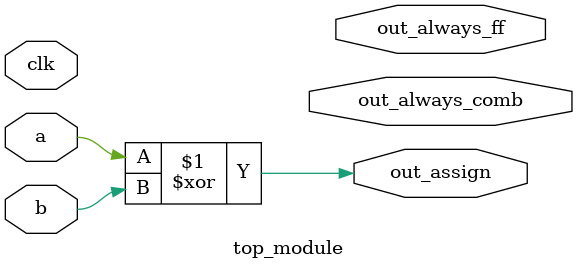
<source format=v>
module top_module(
    input clk,
    input a,
    input b,
    output wire out_assign,
    output reg out_always_comb,
    output reg out_always_ff   );
    assign out_assign=a^b;
endmodule

</source>
